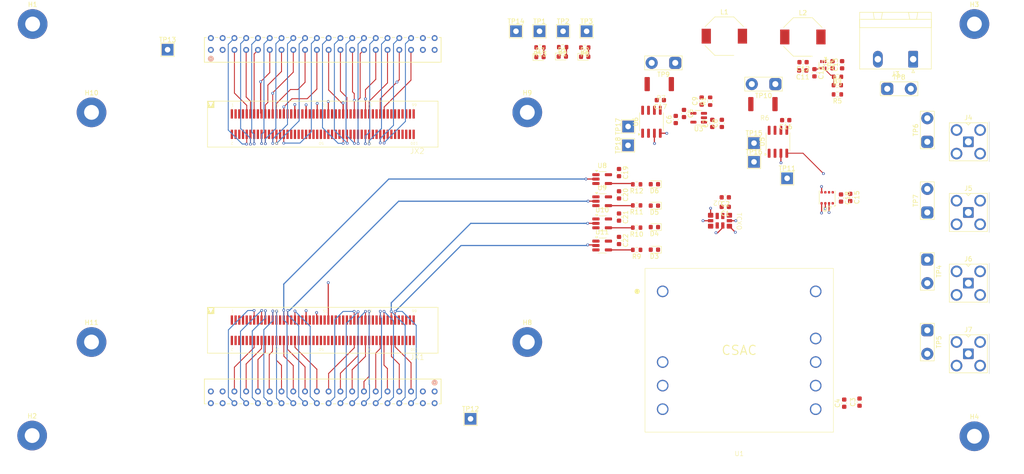
<source format=kicad_pcb>
(kicad_pcb (version 20241229) (generator "pcbnew") (generator_version "9.0")
  (layers (0 "F.Cu" signal) (4 "In1.Cu" signal) (6 "In2.Cu" signal) (8 "In3.Cu" signal) (10 "In4.Cu" signal) (2 "B.Cu" signal) (13 "F.Paste" user) (15 "B.Paste" user) (5 "F.SilkS" user "F.Silkscreen") (7 "B.SilkS" user "B.Silkscreen") (1 "F.Mask" user) (3 "B.Mask" user) (25 "Edge.Cuts" user))
  (net 0 "")
  (net 1 "Net-(U3-NR)")
  (net 2 "Net-(U3-IN)")
  (net 3 "Net-(U3-EN)")
  (net 4 "Net-(U3-OUT)")
  (net 5 "GND")
  (net 6 "Net-(U4-SW)")
  (net 7 "Net-(U4-EN)")
  (net 8 "Net-(U4-VBST)")
  (net 9 "Net-(U4-VFB)")
  (net 10 "+12V")
  (net 11 "Net-(U5-A1)")
  (net 12 "Net-(U5-IN-)")
  (net 13 "PM_SDA_5V")
  (net 14 "PM_SCL_5V")
  (net 15 "Net-(U5-IN+)")
  (net 16 "+5V")
  (net 17 "Net-(U5-A0)")
  (net 18 "Net-(U6-IN-)")
  (net 19 "Net-(U6-A1)")
  (net 20 "Net-(U6-IN+)")
  (net 21 "PM_SCL_3v3")
  (net 22 "Net-(U6-A0)")
  (net 23 "PM_SDA_3v3")
  (net 24 "+3.3V")
  (net 25 "ES_SDI")
  (net 26 "ES_SDO")
  (net 27 "ES_SCK")
  (net 28 "ES_CSB")
  (net 29 "Net-(C11-Pad2)")
  (net 30 "Net-(D1-A)")
  (net 31 "Net-(D2-A)")
  (net 32 "Net-(D3-A)")
  (net 33 "Net-(D4-A)")
  (net 34 "Net-(D5-A)")
  (net 35 "Net-(D6-A)")
  (net 36 "Net-(D7-A)")
  (net 37 "BRD_PPS_OUT")
  (net 38 "BRD_10MHz_OUT")
  (net 39 "BRD_PPS_IN")
  (net 40 "BRD_10MHz_IN")
  (net 41 "Net-(R9-Pad2)")
  (net 42 "Net-(R10-Pad2)")
  (net 43 "Net-(R11-Pad2)")
  (net 44 "Net-(R12-Pad2)")
  (net 45 "CSAC_PPS_IN")
  (net 46 "CSAC_Tune")
  (net 47 "CSAC_RF_OUT")
  (net 48 "CSAC_BITE")
  (net 49 "CSAC_Rx")
  (net 50 "CSAC_Tx")
  (net 51 "CSAC_PPS_OUT")
  (net 53 "TCXO_OE")
  (net 54 "TCXO_10MHz")
  (net 55 "TCXO_SDA")
  (net 58 "TCXO_A0")
  (net 59 "TCXO_SCL")
  (net 60 "TST_01")
  (net 63 "TST_02")
  (net 65 "TST_03")
  (net 66 "TST_04")
  (net 68 "/MicroZed_Headers/35_B19")
  (net 69 "5V")
  (net 70 "/MicroZed_Headers/35_N16")
  (net 71 "/MicroZed_Headers/35_A20")
  (net 72 "/MicroZed_Headers/35_J14")
  (net 73 "/MicroZed_Headers/35_D19")
  (net 74 "/MicroZed_Headers/35_G14")
  (net 75 "/MicroZed_Headers/35_J16")
  (net 76 "/MicroZed_Headers/35_L15")
  (net 77 "/MicroZed_Headers/35_H15")
  (net 78 "/MicroZed_Headers/35_G20")
  (net 79 "/MicroZed_Headers/35_J15")
  (net 80 "/MicroZed_Headers/35_J20")
  (net 81 "TOD_IN")
  (net 82 "/MicroZed_Headers/35_B20")
  (net 83 "/MicroZed_Headers/35_G15")
  (net 84 "/MicroZed_Headers/35_D20")
  (net 85 "TOD_OUT")
  (net 86 "/MicroZed_Headers/35_K16")
  (net 87 "/MicroZed_Headers/35_M19")
  (net 88 "/MicroZed_Headers/35_L14")
  (net 89 "/MicroZed_Headers/35_H20")
  (net 90 "/MicroZed_Headers/35_F17")
  (net 91 "/MicroZed_Headers/35_F16")
  (net 92 "/MicroZed_Headers/34_W13")
  (net 93 "/MicroZed_Headers/34_W19")
  (net 94 "/MicroZed_Headers/34_T15")
  (net 95 "/MicroZed_Headers/34_T12")
  (net 96 "/MicroZed_Headers/34_W16")
  (net 97 "/MicroZed_Headers/34_P18")
  (net 98 "/MicroZed_Headers/34_W18")
  (net 99 "/MicroZed_Headers/34_P16")
  (net 100 "/MicroZed_Headers/34_R18")
  (net 101 "/MicroZed_Headers/34_R19")
  (net 102 "/MicroZed_Headers/34_T19")
  (net 103 "/MicroZed_Headers/34_T17")
  (net 104 "/MicroZed_Headers/34_Y19")
  (net 105 "/MicroZed_Headers/34_R14")
  (net 106 "/MicroZed_Headers/34_U12")
  (net 107 "/MicroZed_Headers/34_V16")
  (net 108 "/MicroZed_Headers/34_W14")
  (net 109 "/MicroZed_Headers/34_P15")
  (net 110 "/MicroZed_Headers/34_T10")
  (net 111 "/MicroZed_Headers/34_R17")
  (net 112 "/MicroZed_Headers/34_V13")
  (net 118 "3V3")
  (footprint "TestPoint:TestPoint_THTPad_2.5x2.5mm_Drill1.2mm" (layer "F.Cu") (at 155.671 29.727)
    (property "Reference" "TP16")
    (property "Value" "TestPoint")
  )
  (footprint "TestPoint:TestPoint_THTPad_2.5x2.5mm_Drill1.2mm" (layer "F.Cu") (at 128.499 26.165 90)
    (property "Reference" "TP18")
    (property "Value" "TestPoint")
  )
  (footprint "Package_SO:SOIC-8_3.9x4.9mm_P1.27mm" (layer "F.Cu") (at 133.552 21.076 90)
    (property "Reference" "U6")
    (property "Value" "INA219AxD")
  )
  (footprint "Resistor_SMD:R_0603_1608Metric" (layer "F.Cu") (at 109.52 5.038 180)
    (property "Reference" "R13")
    (property "Value" "1k")
  )
  (footprint "Resistor_SMD:R_0603_1608Metric" (layer "F.Cu") (at 173.658 15.178 180)
    (property "Reference" "R5")
    (property "Value" "10k")
  )
  (footprint "TestPoint:TestPoint_2Pads_Pitch5.08mm_Drill1.3mm" (layer "F.Cu") (at 193.04 50.8 -90)
    (property "Reference" "TP4")
    (property "Value" "TestPoint_2Pole")
  )
  (footprint "LED_SMD:LED_0603_1608Metric" (layer "F.Cu") (at 119.158 7.066)
    (property "Reference" "D2")
    (property "Value" "LED")
  )
  (footprint "Resistor_SMD:R_0603_1608Metric" (layer "F.Cu") (at 130.362 48.706 180)
    (property "Reference" "R9")
    (property "Value" "1k")
  )
  (footprint "Resistor_SMD:R_0603_1608Metric" (layer "F.Cu") (at 173.638 13.188)
    (property "Reference" "R4")
    (property "Value" "52.3k")
  )
  (footprint "Package_TO_SOT_SMD:SOT-23-5" (layer "F.Cu") (at 143.738 20.209 180)
    (property "Reference" "U3")
    (property "Value" "TPS73633DBV")
  )
  (footprint "Inductor_SMD:L_Bourns-SRU8043" (layer "F.Cu") (at 149.273 2.619 180)
    (property "Reference" "L1")
    (property "Value" "10u")
  )
  (footprint "TestPoint:TestPoint_2Pads_Pitch5.08mm_Drill1.3mm" (layer "F.Cu") (at 138.684 8.382 180)
    (property "Reference" "TP9")
    (property "Value" "TestPoint_2Pole")
  )
  (footprint "MountingHole:MountingHole_3.2mm_M3_Pad" (layer "F.Cu") (at 106.7807 68.58)
    (property "Reference" "H8")
    (property "Value" "MountingHole_Pad")
  )
  (footprint "Capacitor_SMD:C_0603_1608Metric" (layer "F.Cu") (at 126.556 36.836 -90)
    (property "Reference" "C20")
    (property "Value" "0.01u")
  )
  (footprint "Resistor_SMD:R_0603_1608Metric" (layer "F.Cu") (at 130.362 34.572 180)
    (property "Reference" "R12")
    (property "Value" "1k")
  )
  (footprint "Capacitor_SMD:C_0603_1608Metric" (layer "F.Cu") (at 175.124 81.764 90)
    (property "Reference" "C4")
    (property "Value" "0.01u")
  )
  (footprint "LED_SMD:LED_0603_1608Metric" (layer "F.Cu") (at 134.186 48.666 180)
    (property "Reference" "D3")
    (property "Value" "LED")
  )
  (footprint "MountingHole:MountingHole_3.2mm_M3_Pad" (layer "F.Cu") (at 12.8007 19.05)
    (property "Reference" "H10")
    (property "Value" "MountingHole_Pad")
  )
  (footprint "MountingHole:MountingHole_3.2mm_M3_Pad" (layer "F.Cu") (at 0.1 0)
    (property "Reference" "H1")
    (property "Value" "MountingHole_Pad")
  )
  (footprint "MountingHole:MountingHole_3.2mm_M3_Pad" (layer "F.Cu") (at 106.7807 19.05)
    (property "Reference" "H9")
    (property "Value" "MountingHole_Pad")
  )
  (footprint "22257_DevBoard:CON40_2X20_TU_HTS_SAI" (layer "F.Cu") (at 62.666828 4.305201)
    (property "Reference" "J2")
    (property "Value" "TD-120-G-AACON40_2X20_TU_HTS_SAI")
  )
  (footprint "Resistor_SMD:R_0603_1608Metric" (layer "F.Cu") (at 130.362 39.114 180)
    (property "Reference" "R11")
    (property "Value" "1k")
  )
  (footprint "TestPoint:TestPoint_2Pads_Pitch5.08mm_Drill1.3mm" (layer "F.Cu") (at 193.04 66.04 -90)
    (property "Reference" "TP5")
    (property "Value" "TestPoint_2Pole")
  )
  (footprint "TestPoint:TestPoint_THTPad_2.5x2.5mm_Drill1.2mm" (layer "F.Cu") (at 128.521 22.101 90)
    (property "Reference" "TP17")
    (property "Value" "TestPoint")
  )
  (footprint "Package_TO_SOT_SMD:SOT-23-5_HandSoldering" (layer "F.Cu") (at 122.926 38.216)
    (property "Reference" "U9")
    (property "Value" "74LVC1G17")
  )
  (footprint "LED_SMD:LED_0603_1608Metric" (layer "F.Cu") (at 109.506 7.116)
    (property "Reference" "D7")
    (property "Value" "LED")
  )
  (footprint "Package_LGA:Bosch_LGA-8_3x3mm_P0.8mm_ClockwisePinNumbering" (layer "F.Cu") (at 171.45 37.476 180)
    (property "Reference" "U7")
    (property "Value" "BME680")
  )
  (footprint "Inductor_SMD:L_Bourns-SRU8043" (layer "F.Cu") (at 166.199 2.791 180)
    (property "Reference" "L2")
    (property "Value" "4.7u")
  )
  (footprint "TestPoint:TestPoint_THTPad_2.5x2.5mm_Drill1.2mm" (layer "F.Cu") (at 104.3402 1.5566)
    (property "Reference" "TP14")
    (property "Value" "TestPoint")
  )
  (footprint "Capacitor_SMD:C_0603_1608Metric" (layer "F.Cu") (at 146.67 21.43 90)
    (property "Reference" "C7")
    (property "Value" "0.1u")
  )
  (footprint "TestPoint:TestPoint_THTPad_2.5x2.5mm_Drill1.2mm" (layer "F.Cu") (at 162.811 33.271)
    (property "Reference" "TP11")
    (property "Value" "TestPoint")
  )
  (footprint "Capacitor_SMD:C_0603_1608Metric" (layer "F.Cu") (at 166.178 10.01 180)
    (property "Reference" "C11")
    (property "Value" "22u")
  )
  (footprint "Capacitor_SMD:C_0603_1608Metric" (layer "F.Cu") (at 166.244 8.224 180)
    (property "Reference" "C12")
    (property "Value" "22u")
  )
  (footprint "Package_TO_SOT_SMD:SOT-23-5_HandSoldering" (layer "F.Cu") (at 122.926 47.766)
    (property "Reference" "U11")
    (property "Value" "74LVC1G17")
  )
  (footprint "MountingHole:MountingHole_3.2mm_M3_Pad" (layer "F.Cu") (at 0 88.75)
    (property "Reference" "H2")
    (property "Value" "MountingHole_Pad")
  )
  (footprint "Capacitor_SMD:C_0603_1608Metric" (layer "F.Cu") (at 148.732 21.43 90)
    (property "Reference" "C8")
    (property "Value" "10u")
  )
  (footprint "Package_TO_SOT_SMD:SOT-563" (layer "F.Cu") (at 170.613 8.804 -90)
    (property "Reference" "U4")
    (property "Value" "TPS562202")
  )
  (footprint "Capacitor_SMD:C_0603_1608Metric" (layer "F.Cu") (at 126.556 46.682 -90)
    (property "Reference" "C22")
    (property "Value" "0.01u")
  )
  (footprint "Capacitor_SMD:C_0603_1608Metric" (layer "F.Cu") (at 144.38 16.616 90)
    (property "Reference" "C9")
    (property "Value" "4.7u")
  )
  (footprint "Connector_Coaxial:SMA_Amphenol_901-143_Horizontal" (layer "F.Cu") (at 201.89 40.64 -90)
    (property "Reference" "J5")
    (property "Value" "Conn_Coaxial")
    (fp_line (start 4.3 -4.5) (end -4.3 -4.5) (stroke (width 0.1)) (layer "Edge.Cuts"))
  )
  (footprint "Capacitor_SMD:C_0603_1608Metric" (layer "F.Cu") (at 168.702 10.51 -90)
    (property "Reference" "C10")
    (property "Value" "0.1u")
  )
  (footprint "22257_DevBoard:CON40_2X20_TU_HTS_SAI" (layer "F.Cu") (at 62.662588 80.502316 180)
    (property "Reference" "J1")
    (property "Value" "TD-120-G-AACON40_2X20_TU_HTS_SAI")
  )
  (footprint "Package_SO:SOIC-8_3.9x4.9mm_P1.27mm" (layer "F.Cu") (at 160.833 25.393 90)
    (property "Reference" "U5")
    (property "Value" "INA219AxD")
  )
  (footprint "Capacitor_SMD:C_0603_1608Metric" (layer "F.Cu") (at 126.556 41.632 -90)
    (property "Reference" "C21")
    (property "Value" "0.01u")
  )
  (footprint "Capacitor_SMD:C_0603_1608Metric" (layer "F.Cu") (at 162.504 20.728 180)
    (property "Reference" "C16")
    (property "Value" "0.01u")
  )
  (footprint "2222_DevBoar_Footprints:SA-45" (layer "F.Cu") (at 135.969 57.658)
    (property "Reference" "U1")
    (property "Value" "~")
  )
  (footprint "Capacitor_SMD:C_0603_1608Metric" (layer "F.Cu") (at 138.792 20.59 90)
    (property "Reference" "C6")
    (property "Value" "10u")
  )
  (footprint "Connector_Coaxial:SMA_Amphenol_901-143_Horizontal" (layer "F.Cu") (at 201.89 55.88 -90)
    (property "Reference" "J6")
    (property "Value" "Conn_Coaxial")
    (fp_line (start 4.3 -4.5) (end -4.3 -4.5) (stroke (width 0.1)) (layer "Edge.Cuts"))
  )
  (footprint "Package_TO_SOT_SMD:SOT-23-5_HandSoldering" (layer "F.Cu") (at 122.926 42.991)
    (property "Reference" "U10")
    (property "Value" "74LVC1G17")
  )
  (footprint "2222_DevBoar_Footprints:BVT-I-R0002-1" (layer "F.Cu") (at 132.632 12.954)
    (property "Reference" "R7")
    (property "Value" "R_Shunt_US")
  )
  (footprint "TestPoint:TestPoint_2Pads_Pitch5.08mm_Drill1.3mm" (layer "F.Cu") (at 160.274 12.954 180)
    (property "Reference" "TP10")
    (property "Value" "TestPoint_2Pole")
  )
  (footprint "TestPoint:TestPoint_THTPad_2.5x2.5mm_Drill1.2mm" (layer "F.Cu") (at 109.413287 1.560072)
    (property "Reference" "TP1")
    (property "Value" "TestPoint")
  )
  (footprint "Connector_Coaxial:SMA_Amphenol_901-143_Horizontal" (layer "F.Cu") (at 201.89 25.4 -90)
    (property "Reference" "J4")
    (property "Value" "Conn_Coaxial")
    (fp_line (start 4.3 -4.5) (end -4.3 -4.5) (stroke (width 0.1)) (layer "Edge.Cuts"))
  )
  (footprint "Connector_Coaxial:SMA_Amphenol_901-143_Horizontal" (layer "F.Cu") (at 201.89 71.12 -90)
    (property "Reference" "J7")
    (property "Value" "Conn_Coaxial")
    (fp_line (start 4.3 -4.5) (end -4.3 -4.5) (stroke (width 0.1)) (layer "Edge.Cuts"))
  )
  (footprint "Capacitor_SMD:C_0603_1608Metric" (layer "F.Cu") (at 178.426 81.54 90)
    (property "Reference" "C3")
    (property "Value" "4.7u")
  )
  (footprint "TestPoint:TestPoint_THTPad_2.5x2.5mm_Drill1.2mm" (layer "F.Cu") (at 119.573287 1.560072)
    (property "Reference" "TP3")
    (property "Value" "TestPoint")
  )
  (footprint "Resistor_SMD:R_0603_1608Metric" (layer "F.Cu") (at 119.172 5.068 180)
    (property "Reference" "R8")
    (property "Value" "1k")
  )
  (footprint "LED_SMD:LED_0603_1608Metric" (layer "F.Cu") (at 134.186 34.546 180)
    (property "Reference" "D6")
    (property "Value" "LED")
  )
  (footprint "Connector_Phoenix_GMSTB:PhoenixContact_GMSTBA_2,5_2-G-7,62_1x02_P7.62mm_Horizontal" (layer "F.Cu") (at 189.992 7.5875 180)
    (property "Reference" "J3")
    (property "Value" "Screw_Terminal_01x02")
  )
  (footprint "LED_SMD:LED_0603_1608Metric" (layer "F.Cu") (at 134.186 39.168 180)
    (property "Reference" "D5")
    (property "Value" "LED")
  )
  (footprint "TestPoint:TestPoint_2Pads_Pitch5.08mm_Drill1.3mm" (layer "F.Cu") (at 184.404 13.97)
    (property "Reference" "TP8")
    (property "Value" "TestPoint_2Pole")
  )
  (footprint "22257_DevBoard:61083-102402LF_1104291" (layer "F.Cu") (at 40.573448 66.038141)
    (property "Reference" "JX1")
    (property "Value" "61083-102402LF")
  )
  (footprint "MountingHole:MountingHole_3.2mm_M3_Pad" (layer "F.Cu") (at 12.8007 68.58)
    (property "Reference" "H11")
    (property "Value" "MountingHole_Pad")
  )
  (footprint "Resistor_SMD:R_0603_1608Metric" (layer "F.Cu") (at 130.362 43.91 180)
    (property "Reference" "R10")
    (property "Value" "1k")
  )
  (footprint "2222_DevBoar_Footprints:SiT5356" (layer "F.Cu") (at 150.361 43.593 180)
    (property "Reference" "U2")
    (property "Value" "~")
  )
  (footprint "TestPoint:TestPoint_2Pads_Pitch5.08mm_Drill1.3mm" (layer "F.Cu") (at 193.04 40.64 90)
    (property "Reference" "TP7")
    (property "Value" "TestPoint_2Pole")
  )
  (footprint "Capacitor_SMD:C_0603_1608Metric" (layer "F.Cu") (at 149.47 39.436 180)
    (property "Reference" "C1")
    (property "Value" "0.01u")
  )
  (footprint "Capacitor_SMD:C_0603_1608Metric" (layer "F.Cu") (at 149.47 37.374 180)
    (property "Reference" "C2")
    (property "Value" "4.7u")
  )
  (footprint "Capacitor_SMD:C_0603_1608Metric" (layer "F.Cu") (at 172.602 8.786 90)
    (property "Reference" "C14")
    (property "Value" ".1u")
  )
  (footprint "22257_DevBoard:61083-102402LF_1104291" (layer "F.Cu") (at 40.573448 21.588141)
    (property "Reference" "JX2")
    (property "Value" "61083-102402LF")
  )
  (footprint "Capacitor_SMD:C_0603_1608Metric" (layer "F.Cu") (at 126.556 32.04 -90)
    (property "Reference" "C19")
    (property "Value" "0.01u")
  )
  (footprint "TestPoint:TestPoint_THTPad_2.5x2.5mm_Drill1.2mm" (layer "F.Cu") (at 94.5388 85.1408)
    (property "Reference" "TP12")
    (property "Value" "TestPoint")
  )
  (footprint "Capacitor_SMD:C_0603_1608Metric" (layer "F.Cu") (at 140.57 19.29 -90)
    (property "Reference" "C5")
    (property "Value" "10n")
  )
  (footprint "TestPoint:TestPoint_THTPad_2.5x2.5mm_Drill1.2mm" (layer "F.Cu") (at 114.493287 1.560072)
    (property "Reference" "TP2")
    (property "Value" "TestPoint")
  )
  (footprint "Resistor_SMD:R_0603_1608Metric" (layer "F.Cu") (at 146.212 16.646 90)
    (property "Reference" "R1")
    (property "Value" "200k")
  )
  (footprint "MountingHole:MountingHole_3.2mm_M3_Pad" (layer "F.Cu") (at 203.2 0)
    (property "Reference" "H3")
    (property "Value" "MountingHole_Pad")
  )
  (footprint "LED_SMD:LED_0603_1608Metric" (layer "F.Cu") (at 114.332 7.016)
    (property "Reference" "D1")
    (property "Value" "LED")
  )
  (footprint "Capacitor_SMD:C_0603_1608Metric" (layer "F.Cu") (at 174.434 37.526 -90)
    (property "Reference" "C18")
    (property "Value" "0.01u")
  )
  (footprint "Capacitor_SMD:C_0603_1608Metric" (layer "F.Cu") (at 135.471 16.411 180)
    (property "Reference" "C17")
    (property "Value" "0.01u")
  )
  (footprint "Resistor_SMD:R_0603_1608Metric" (layer "F.Cu") (at 173.678 11.38 180)
    (property "Reference" "R3")
    (property "Value" "10k")
  )
  (footprint "Capacitor_SMD:C_0603_1608Metric" (layer "F.Cu") (at 176.412 37.392 -90)
    (property "Reference" "C15")
    (property "Value" "4.7u")
  )
  (footprint "Capacitor_SMD:C_0603_1608Metric" (layer "F.Cu") (at 174.664 8.786 90)
    (property "Reference" "C13")
    (property "Value" "22u")
  )
  (footprint "2222_DevBoar_Footprints:BVT-I-R0002-1" (layer "F.Cu") (at 154.984 17.272)
    (property "Reference" "R6")
    (property "Value" "R_Shunt_US")
  )
  (footprint "LED_SMD:LED_0603_1608Metric" (layer "F.Cu") (at 134.186 43.79 180)
    (property "Reference" "D4")
    (property "Value" "LED")
  )
  (footprint "Package_TO_SOT_SMD:SOT-23-5_HandSoldering" (layer "F.Cu") (at 122.926 33.441)
    (property "Reference" "U8")
    (property "Value" "74LVC1G17")
  )
  (footprint "TestPoint:TestPoint_2Pads_Pitch5.08mm_Drill1.3mm" (layer "F.Cu") (at 193.04 25.4 90)
    (property "Reference" "TP6")
    (property "Value" "TestPoint_2Pole")
  )
  (footprint "TestPoint:TestPoint_THTPad_2.5x2.5mm_Drill1.2mm" (layer "F.Cu") (at 155.671 25.685)
    (property "Reference" "TP15")
    (property "Value" "TestPoint")
  )
  (footprint "MountingHole:MountingHole_3.2mm_M3_Pad" (layer "F.Cu") (at 203.2 88.9)
    (property "Reference" "H4")
    (property "Value" "MountingHole_Pad")
  )
  (footprint "TestPoint:TestPoint_THTPad_2.5x2.5mm_Drill1.2mm" (layer "F.Cu") (at 29.207 5.541)
    (property "Reference" "TP13")
    (property "Value" "TestPoint")
  )
  (footprint "Resistor_SMD:R_0603_1608Metric" (layer "F.Cu") (at 114.4 4.978 180)
    (property "Reference" "R2")
    (property "Value" "1k")
  )
  (segment (start 170.0453 9.4488) (end 170.113 9.5165) (width 0.2) (layer "F.Cu") (net 8))
  (segment (start 169.3858 9.735) (end 169.672 9.4488) (width 0.2) (layer "F.Cu") (net 8))
  (segment (start 168.702 9.735) (end 169.3858 9.735) (width 0.2) (layer "F.Cu") (net 8))
  (segment (start 169.672 9.4488) (end 170.0453 9.4488) (width 0.2) (layer "F.Cu") (net 8))
  (segment (start 172.853 13.148) (end 172.813 13.188) (width 0.2) (layer "F.Cu") (net 9))
  (segment (start 172.853 11.38) (end 172.853 13.148) (width 0.2) (layer "F.Cu") (net 9))
  (segment (start 171.113 9.5165) (end 171.113 9.95) (width 0.2) (layer "F.Cu") (net 9))
  (segment (start 172.522 11.049) (end 172.853 11.38) (width 0.2) (layer "F.Cu") (net 9))
  (segment (start 171.113 9.95) (end 172.212 11.049) (width 0.2) (layer "F.Cu") (net 9))
  (segment (start 172.212 11.049) (end 172.522 11.049) (width 0.2) (layer "F.Cu") (net 9))
  (segment (start 49.4792 23.793893) (end 49.473448 23.788141) (width 0.2) (layer "F.Cu") (net 13))
  (segment (start 161.468 29.896) (end 161.4932 29.9212) (width 0.254) (layer "F.Cu") (net 13))
  (segment (start 49.4792 25.781) (end 49.4792 23.793893) (width 0.2) (layer "F.Cu") (net 13))
  (segment (start 161.468 27.868) (end 161.468 29.896) (width 0.254) (layer "F.Cu") (net 13))
  (via (at 161.4932 29.9212) (size 0.6) (drill 0.3) (layers "F.Cu" "B.Cu") (net 13))
  (via (at 49.4792 25.781) (size 0.6) (drill 0.3) (layers "F.Cu" "B.Cu") (net 13))
  (segment (start 49.4792 23.8252) (end 49.4792 25.781) (width 0.2) (layer "B.Cu") (net 13))
  (segment (start 49.9872 4.284829) (end 49.9872 23.3172) (width 0.2) (layer "B.Cu") (net 13))
  (segment (start 51.236828 3.035201) (end 49.9872 4.284829) (width 0.2) (layer "B.Cu") (net 13))
  (segment (start 49.9872 23.3172) (end 49.4792 23.8252) (width 0.2) (layer "B.Cu") (net 13))
  (segment (start 166.2472 27.868) (end 162.738 27.868) (width 0.2) (layer "F.Cu") (net 14))
  (segment (start 51.8922 23.806893) (end 51.873448 23.788141) (width 0.2) (layer "F.Cu") (net 14))
  (segment (start 51.8922 25.7302) (end 51.8922 23.806893) (width 0.2) (layer "F.Cu") (net 14))
  (segment (start 170.6372 32.258) (end 166.2472 27.868) (width 0.2) (layer "F.Cu") (net 14))
  (via (at 170.6372 32.258) (size 0.6) (drill 0.3) (layers "F.Cu" "B.Cu") (net 14))
  (via (at 51.8922 25.7302) (size 0.6) (drill 0.3) (layers "F.Cu" "B.Cu") (net 14))
  (segment (start 55.0672 21.6408) (end 51.8922 24.8158) (width 0.2) (layer "B.Cu") (net 14))
  (segment (start 55.0672 4.284829) (end 55.0672 21.6408) (width 0.2) (layer "B.Cu") (net 14))
  (segment (start 56.316828 3.035201) (end 55.0672 4.284829) (width 0.2) (layer "B.Cu") (net 14))
  (segment (start 51.8922 24.8158) (end 51.8922 25.7302) (width 0.2) (layer "B.Cu") (net 14))
  (segment (start 56.316828 5.575201) (end 56.316828 10.383572) (width 0.2) (layer "F.Cu") (net 21))
  (segment (start 56.316828 10.383572) (end 51.873448 14.826952) (width 0.2) (layer "F.Cu") (net 21))
  (segment (start 51.873448 14.9352) (end 51.873448 19.388141) (width 0.2) (layer "F.Cu") (net 21))
  (segment (start 136.835 23.551) (end 136.8552 23.5712) (width 0.254) (layer "F.Cu") (net 21))
  (segment (start 135.457 23.551) (end 136.835 23.551) (width 0.254) (layer "F.Cu") (net 21))
  (segment (start 51.873448 14.826952) (end 51.873448 14.9352) (width 0.2) (layer "F.Cu") (net 21))
  (via (at 51.873448 14.9352) (size 0.6) (drill 0.3) (layers "F.Cu" "B.Cu") (net 21))
  (via (at 136.8552 23.5712) (size 0.6) (drill 0.3) (layers "F.Cu" "B.Cu") (net 21))
  (segment (start 134.187 23.551) (end 134.187 25.729) (width 0.254) (layer "F.Cu") (net 23))
  (segment (start 49.276 12.446) (end 49.276 19.190693) (width 0.254) (layer "F.Cu") (net 23))
  (segment (start 49.276 19.190693) (end 49.473448 19.388141) (width 0.254) (layer "F.Cu") (net 23))
  (segment (start 51.236828 5.575201) (end 51.236828 10.485172) (width 0.2) (layer "F.Cu") (net 23))
  (segment (start 51.236828 10.485172) (end 49.276 12.446) (width 0.2) (layer "F.Cu") (net 23))
  (segment (start 134.187 25.729) (end 134.2136 25.7556) (width 0.254) (layer "F.Cu") (net 23))
  (via (at 134.2136 25.7556) (size 0.6) (drill 0.3) (layers "F.Cu" "B.Cu") (net 23))
  (via (at 49.276 12.446) (size 0.6) (drill 0.3) (layers "F.Cu" "B.Cu") (net 23))
  (segment (start 171.05 38.6635) (end 171.05 39.8208) (width 0.254) (layer "F.Cu") (net 25))
  (segment (start 56.642 19.356693) (end 56.673448 19.388141) (width 0.254) (layer "F.Cu") (net 25))
  (segment (start 56.642 17.3736) (end 56.642 19.356693) (width 0.254) (layer "F.Cu") (net 25))
  (segment (start 171.05 39.8208) (end 171.0436 39.8272) (width 0.254) (layer "F.Cu") (net 25))
  (via (at 56.642 17.3736) (size 0.6) (drill 0.3) (layers "F.Cu" "B.Cu") (net 25))
  (via (at 171.0436 39.8272) (size 0.6) (drill 0.3) (layers "F.Cu" "B.Cu") (net 25))
  (segment (start 61.468 17.1196) (end 61.468 19.382693) (width 0.254) (layer "F.Cu") (net 26))
  (segment (start 170.25 36.2885) (end 170.25 35.0712) (width 0.254) (layer "F.Cu") (net 26))
  (segment (start 61.468 19.382693) (end 61.473448 19.388141) (width 0.254) (layer "F.Cu") (net 26))
  (segment (start 170.25 35.0712) (end 170.2308 35.052) (width 0.254) (layer "F.Cu") (net 26))
  (via (at 170.2308 35.052) (size 0.6) (drill 0.3) (layers "F.Cu" "B.Cu") (net 26))
  (via (at 61.468 17.1196) (size 0.6) (drill 0.3) (layers "F.Cu" "B.Cu") (net 26))
  (segment (start 170.25 40.7224) (end 170.2308 40.7416) (width 0.254) (layer "F.Cu") (net 27))
  (segment (start 59.0804 17.4244) (end 59.0804 19.381189) (width 0.254) (layer "F.Cu") (net 27))
  (segment (start 170.25 38.6635) (end 170.25 40.7224) (width 0.254) (layer "F.Cu") (net 27))
  (segment (start 59.0804 19.381189) (end 59.073448 19.388141) (width 0.254) (layer "F.Cu") (net 27))
  (via (at 59.0804 17.4244) (size 0.6) (drill 0.3) (layers "F.Cu" "B.Cu") (net 27))
  (via (at 170.2308 40.7416) (size 0.6) (drill 0.3) (layers "F.Cu" "B.Cu") (net 27))
  (segment (start 171.85 38.6635) (end 171.85 40.6336) (width 0.254) (layer "F.Cu") (net 28))
  (segment (start 59.3344 16.1036) (end 56.0324 16.1036) (width 0.2) (layer "F.Cu") (net 28))
  (segment (start 54.273448 17.862552) (end 54.273448 19.388141) (width 0.2) (layer "F.Cu") (net 28))
  (segment (start 61.396828 14.041172) (end 59.3344 16.1036) (width 0.2) (layer "F.Cu") (net 28))
  (segment (start 61.396828 5.575201) (end 61.396828 14.041172) (width 0.2) (layer "F.Cu") (net 28))
  (segment (start 56.0324 16.1036) (end 54.273448 17.862552) (width 0.2) (layer "F.Cu") (net 28))
  (segment (start 171.85 40.6336) (end 171.8564 40.64) (width 0.254) (layer "F.Cu") (net 28))
  (via (at 171.8564 40.64) (size 0.6) (drill 0.3) (layers "F.Cu" "B.Cu") (net 28))
  (via (at 54.273448 17.862552) (size 0.6) (drill 0.3) (layers "F.Cu" "B.Cu") (net 28))
  (segment (start 115.225 4.978) (end 115.225 6.9105) (width 0.254) (layer "F.Cu") (net 30))
  (segment (start 115.225 6.9105) (end 115.1195 7.016) (width 0.254) (layer "F.Cu") (net 30))
  (segment (start 119.997 7.0145) (end 119.9455 7.066) (width 0.254) (layer "F.Cu") (net 31))
  (segment (start 119.997 5.068) (end 119.997 7.0145) (width 0.254) (layer "F.Cu") (net 31))
  (segment (start 110.345 5.038) (end 110.345 7.0645) (width 0.254) (layer "F.Cu") (net 36))
  (segment (start 110.345 7.0645) (end 110.2935 7.116) (width 0.254) (layer "F.Cu") (net 36))
  (segment (start 72.673448 16.658352) (end 72.673448 19.388141) (width 0.2) (layer "F.Cu") (net 38))
  (segment (start 76.636828 5.575201) (end 76.636828 12.694972) (width 0.2) (layer "F.Cu") (net 38))
  (segment (start 76.636828 12.694972) (end 72.673448 16.658352) (width 0.2) (layer "F.Cu") (net 38))
  (segment (start 52.710812 63.800777) (end 52.673448 63.838141) (width 0.2) (layer "F.Cu") (net 39))
  (segment (start 47.073448 16.663163) (end 47.073448 19.388141) (width 0.2) (layer "F.Cu") (net 39))
  (segment (start 46.156828 5.575201) (end 46.156828 15.746543) (width 0.2) (layer "F.Cu") (net 39))
  (segment (start 52.710812 61.919295) (end 52.710812 63.800777) (width 0.2) (layer "F.Cu") (net 39))
  (segment (start 46.156828 15.746543) (end 47.073448 16.663163) (width 0.2) (layer "F.Cu") (net 39))
  (via (at 52.710812 61.919295) (size 0.6) (drill 0.3) (layers "F.Cu" "B.Cu") (net 39))
  (segment (start 52.705 61.925107) (end 52.710812 61.919295) (width 0.2) (layer "B.Cu") (net 39))
  (segment (start 52.705 80.704728) (end 52.705 61.925107) (width 0.2) (layer "B.Cu") (net 39))
  (segment (start 53.772588 81.772316) (end 52.705 80.704728) (width 0.2) (layer "B.Cu") (net 39))
  (segment (start 129.527 48.716) (end 129.537 48.706) (width 0.254) (layer "F.Cu") (net 41))
  (segment (start 124.276 48.716) (end 129.527 48.716) (width 0.254) (layer "F.Cu") (net 41))
  (segment (start 124.276 43.941) (end 129.506 43.941) (width 0.254) (layer "F.Cu") (net 42))
  (segment (start 129.506 43.941) (end 129.537 43.91) (width 0.254) (layer "F.Cu") (net 42))
  (segment (start 129.485 39.166) (end 129.537 39.114) (width 0.254) (layer "F.Cu") (net 43))
  (segment (start 124.276 39.166) (end 129.485 39.166) (width 0.254) (layer "F.Cu") (net 43))
  (segment (start 129.356 34.391) (end 129.537 34.572) (width 0.254) (layer "F.Cu") (net 44))
  (segment (start 124.276 34.391) (end 129.356 34.391) (width 0.254) (layer "F.Cu") (net 44))
  (segment (start 51.8922 61.8998) (end 51.8922 63.819389) (width 0.2) (layer "F.Cu") (net 45))
  (segment (start 51.8922 63.819389) (end 51.873448 63.838141) (width 0.2) (layer "F.Cu") (net 45))
  (via (at 51.8922 61.8998) (size 0.6) (drill 0.3) (layers "F.Cu" "B.Cu") (net 45))
  (segment (start 49.9618 65.913) (end 51.8922 63.9826) (width 0.2) (layer "B.Cu") (net 45))
  (segment (start 49.9618 80.501528) (end 49.9618 65.913) (width 0.2) (layer "B.Cu") (net 45))
  (segment (start 51.232588 81.772316) (end 49.9618 80.501528) (width 0.2) (layer "B.Cu") (net 45))
  (segment (start 51.8922 63.9826) (end 51.8922 61.8998) (width 0.2) (layer "B.Cu") (net 45))
  (segment (start 49.5046 61.7728) (end 49.473448 61.803952) (width 0.2) (layer "F.Cu") (net 46))
  (segment (start 49.473448 61.803952) (end 49.473448 63.838141) (width 0.2) (layer "F.Cu") (net 46))
  (via (at 49.5046 61.7728) (size 0.6) (drill 0.3) (layers "F.Cu" "B.Cu") (net 46))
  (segment (start 44.9326 80.552328) (end 44.9326 66.2686) (width 0.2) (layer "B.Cu") (net 46))
  (segment (start 49.4284 61.7728) (end 49.5046 61.7728) (width 0.2) (layer "B.Cu") (net 46))
  (segment (start 46.152588 81.772316) (end 44.9326 80.552328) (width 0.2) (layer "B.Cu") (net 46))
  (segment (start 44.9326 66.2686) (end 49.4284 61.7728) (width 0.2) (layer "B.Cu") (net 46))
  (segment (start 63.8556 61.178304) (end 63.873448 61.196152) (width 0.254) (layer "F.Cu") (net 47))
  (segment (start 63.873448 61.196152) (end 63.873448 63.838141) (width 0.254) (layer "F.Cu") (net 47))
  (segment (start 63.8556 55.7784) (end 63.8556 61.178304) (width 0.254) (layer "F.Cu") (net 47))
  (via (at 63.8556 55.7784) (size 0.6) (drill 0.3) (layers "F.Cu" "B.Cu") (net 47))
  (segment (start 59.073448 61.8236) (end 59.073448 63.838141) (width 0.254) (layer "F.Cu") (net 48))
  (via (at 59.073448 61.8236) (size 0.6) (drill 0.3) (layers "F.Cu" "B.Cu") (net 48))
  (segment (start 56.6674 63.832093) (end 56.673448 63.838141) (width 0.2) (layer "F.Cu") (net 49))
  (segment (start 56.6674 61.8998) (end 56.6674 63.832093) (width 0.2) (layer "F.Cu") (net 49))
  (via (at 56.6674 61.8998) (size 0.6) (drill 0.3) (layers "F.Cu" "B.Cu") (net 49))
  (segment (start 59.9694 65.2018) (end 56.6674 61.8998) (width 0.2) (layer "B.Cu") (net 49))
  (segment (start 59.9694 80.349128) (end 59.9694 65.2018) (width 0.2) (layer "B.Cu") (net 49))
  (segment (start 61.392588 81.772316) (end 59.9694 80.349128) (width 0.2) (layer "B.Cu") (net 49))
  (segment (start 69.4436 61.976) (end 69.4436 63.808293) (width 0.2) (layer "F.Cu") (net 50))
  (segment (start 69.4436 63.808293) (end 69.473448 63.838141) (width 0.2) (layer "F.Cu") (net 50))
  (via (at 69.4436 61.976) (size 0.6) (drill 0.3) (layers "F.Cu" "B.Cu") (net 50))
  (segment (start 65.2526 63.7794) (end 67.056 61.976) (width 0.2) (layer "B.Cu") (net 50))
  (segment (start 63.932588 81.772316) (end 65.2526 80.452304) (width 0.2) (layer "B.Cu") (net 50))
  (segment (start 65.2526 80.452304) (end 65.2526 63.7794) (width 0.2) (layer "B.Cu") (net 50))
  (segment (start 67.056 61.976) (end 69.4436 61.976) (width 0.2) (layer "B.Cu") (net 50))
  (segment (start 61.340175 63.704868) (end 61.473448 63.838141) (width 0.254) (layer "F.Cu") (net 51))
  (segment (start 61.340175 62.226888) (end 61.340175 63.704868) (width 0.254) (layer "F.Cu") (net 51))
  (via (at 61.340175 62.226888) (size 0.6) (drill 0.3) (layers "F.Cu" "B.Cu") (net 51))
  (segment (start 69.473448 19.388141) (end 69.473448 16.463648) (width 0.2) (layer "F.Cu") (net 53))
  (segment (start 151.638 44.9072) (end 150.361 43.6302) (width 0.254) (layer "F.Cu") (net 53))
  (segment (start 69.016828 5.575201) (end 69.088 5.646373) (width 0.2) (layer "F.Cu") (net 53))
  (segment (start 69.088 14.6304) (end 69.469 15.0114) (width 0.2) (layer "F.Cu") (net 53))
  (segment (start 69.088 5.646373) (end 69.088 14.6304) (width 0.2) (layer "F.Cu") (net 53))
  (segment (start 69.469 15.0114) (end 69.469 16.4592) (width 0.2) (layer "F.Cu") (net 53))
  (segment (start 69.473448 16.463648) (end 69.469 16.4592) (width 0.2) (layer "F.Cu") (net 53))
  (segment (start 150.361 43.6302) (end 150.361 43.593) (width 0.254) (layer "F.Cu") (net 53))
  (via (at 69.469 16.4592) (size 0.6) (drill 0.3) (layers "F.Cu" "B.Cu") (net 53))
  (via (at 151.638 44.9072) (size 0.6) (drill 0.3) (layers "F.Cu" "B.Cu") (net 53))
  (segment (start 71.873448 14.156352) (end 71.873448 16.1544) (width 0.2) (layer "F.Cu") (net 54))
  (segment (start 74.096828 11.932972) (end 71.873448 14.156352) (width 0.2) (layer "F.Cu") (net 54))
  (segment (start 146.311 39.7326) (end 146.304 39.7256) (width 0.254) (layer "F.Cu") (net 54))
  (segment (start 74.096828 5.575201) (end 74.096828 11.932972) (width 0.2) (layer "F.Cu") (net 54))
  (segment (start 146.311 41.243) (end 146.311 39.7326) (width 0.254) (layer "F.Cu") (net 54))
  (segment (start 71.873448 16.1544) (end 71.873448 19.388141) (width 0.2) (layer "F.Cu") (net 54))
  (via (at 71.873448 16.1544) (size 0.6) (drill 0.3) (layers "F.Cu" "B.Cu") (net 54))
  (via (at 146.304 39.7256) (size 0.6) (drill 0.3) (layers "F.Cu" "B.Cu") (net 54))
  (segment (start 150.361 42.418) (end 151.7396 42.418) (width 0.254) (layer "F.Cu") (net 55))
  (segment (start 79.176828 12.009172) (end 79.176828 5.575201) (width 0.2) (layer "F.Cu") (net 55))
  (segment (start 78.6638 12.5222) (end 79.176828 12.009172) (width 0.2) (layer "F.Cu") (net 55))
  (segment (start 78.6638 12.5222) (end 75.073448 16.112552) (width 0.2) (layer "F.Cu") (net 55))
  (segment (start 75.073448 16.112552) (end 75.073448 19.388141) (width 0.2) (layer "F.Cu") (net 55))
  (via (at 151.7396 42.418) (size 0.6) (drill 0.3) (layers "F.Cu" "B.Cu") (net 55))
  (via (at 78.6638 12.5222) (size 0.6) (drill 0.3) (layers "F.Cu" "B.Cu") (net 55))
  (segment (start 146.311 42.418) (end 144.6784 42.418) (width 0.254) (layer "F.Cu") (net 58))
  (segment (start 63.8556 16.7132) (end 63.873448 16.731048) (width 0.254) (layer "F.Cu") (net 58))
  (segment (start 63.873448 16.731048) (end 63.873448 19.388141) (width 0.254) (layer "F.Cu") (net 58))
  (via (at 63.8556 16.7132) (size 0.6) (drill 0.3) (layers "F.Cu" "B.Cu") (net 58))
  (via (at 144.6784 42.418) (size 0.6) (drill 0.3) (layers "F.Cu" "B.Cu") (net 58))
  (segment (start 147.4724 45.0088) (end 147.828 45.0088) (width 0.254) (layer "F.Cu") (net 59))
  (segment (start 67.056 19.370693) (end 67.073448 19.388141) (width 0.254) (layer "F.Cu") (net 59))
  (segment (start 147.828 45.0088) (end 148.936 43.9008) (width 0.254) (layer "F.Cu") (net 59))
  (segment (start 67.073448 17.365648) (end 67.073448 19.388141) (width 0.2) (layer "F.Cu") (net 59))
  (segment (start 148.936 43.9008) (end 148.936 43.443) (width 0.254) (layer "F.Cu") (net 59))
  (segment (start 67.056 17.018) (end 67.056 19.370693) (width 0.254) (layer "F.Cu") (net 59))
  (segment (start 63.936828 14.229028) (end 67.073448 17.365648) (width 0.2) (layer "F.Cu") (net 59))
  (segment (start 63.936828 5.575201) (end 63.936828 14.229028) (width 0.2) (layer "F.Cu") (net 59))
  (via (at 67.056 17.018) (size 0.6) (drill 0.3) (layers "F.Cu" "B.Cu") (net 59))
  (via (at 147.4724 45.0088) (size 0.6) (drill 0.3) (layers "F.Cu" "B.Cu") (net 59))
  (segment (start 54.2544 61.722) (end 54.273448 61.741048) (width 0.2) (layer "F.Cu") (net 60))
  (segment (start 54.273448 61.741048) (end 54.273448 63.838141) (width 0.2) (layer "F.Cu") (net 60))
  (segment (start 121.5614 33.4264) (end 121.576 33.441) (width 0.254) (layer "F.Cu") (net 60))
  (segment (start 119.4308 33.4264) (end 121.5614 33.4264) (width 0.254) (layer "F.Cu") (net 60))
  (via (at 54.2544 61.722) (size 0.6) (drill 0.3) (layers "F.Cu" "B.Cu") (net 60))
  (via (at 119.4308 33.4264) (size 0.6) (drill 0.3) (layers "F.Cu" "B.Cu") (net 60))
  (segment (start 54.2544 56.0832) (end 54.2544 61.722) (width 0.254) (layer "B.Cu") (net 60))
  (segment (start 54.9656 64.516) (end 54.2544 63.8048) (width 0.2) (layer "B.Cu") (net 60))
  (segment (start 56.312588 81.772316) (end 54.9656 80.425328) (width 0.2) (layer "B.Cu") (net 60))
  (segment (start 118.5164 33.4264) (end 76.9112 33.4264) (width 0.254) (layer "B.Cu") (net 60))
  (segment (start 54.9656 80.425328) (end 54.9656 64.516) (width 0.2) (layer "B.Cu") (net 60))
  (segment (start 54.2544 63.8048) (end 54.2544 61.722) (width 0.2) (layer "B.Cu") (net 60))
  (segment (start 76.9112 33.4264) (end 54.2544 56.0832) (width 0.254) (layer "B.Cu") (net 60))
  (segment (start 118.5164 33.4264) (end 119.4308 33.4264) (width 0.254) (layer "B.Cu") (net 60))
  (segment (start 55.073448 61.815298) (end 55.073448 63.838141) (width 0.2) (layer "F.Cu") (net 63))
  (segment (start 55.134838 61.753908) (end 55.073448 61.815298) (width 0.2) (layer "F.Cu") (net 63))
  (segment (start 121.5616 38.2016) (end 121.576 38.216) (width 0.254) (layer "F.Cu") (net 63))
  (segment (start 119.888 38.2016) (end 121.5616 38.2016) (width 0.254) (layer "F.Cu") (net 63))
  (via (at 55.134838 61.753908) (size 0.6) (drill 0.3) (layers "F.Cu" "B.Cu") (net 63))
  (via (at 119.888 38.2016) (size 0.6) (drill 0.3) (layers "F.Cu" "B.Cu") (net 63))
  (segment (start 119.888 38.2016) (end 119.8736 38.216) (width 0.254) (layer "B.Cu") (net 63))
  (segment (start 119.8736 38.216) (end 79.0304 38.216) (width 0.254) (layer "B.Cu") (net 63))
  (segment (start 57.4802 65.0748) (end 55.134838 62.729438) (width 0.2) (layer "B.Cu") (net 63))
  (segment (start 58.852588 81.772316) (end 57.4802 80.399928) (width 0.2) (layer "B.Cu") (net 63))
  (segment (start 55.492492 61.753908) (end 55.134838 61.753908) (width 0.254) (layer "B.Cu") (net 63))
  (segment (start 55.134838 62.729438) (end 55.134838 61.753908) (width 0.2) (layer "B.Cu") (net 63))
  (segment (start 79.0304 38.216) (end 55.492492 61.753908) (width 0.254) (layer "B.Cu") (net 63))
  (segment (start 57.4802 80.399928) (end 57.4802 65.0748) (width 0.2) (layer "B.Cu") (net 63))
  (segment (start 121.5618 42.9768) (end 121.576 42.991) (width 0.254) (layer "F.Cu") (net 65))
  (segment (start 119.7864 42.9768) (end 121.5618 42.9768) (width 0.254) (layer "F.Cu") (net 65))
  (segment (start 77.4446 61.976) (end 77.4446 63.809293) (width 0.2) (layer "F.Cu") (net 65))
  (segment (start 77.4446 63.809293) (end 77.473448 63.838141) (width 0.2) (layer "F.Cu") (net 65))
  (via (at 119.7864 42.9768) (size 0.6) (drill 0.3) (layers "F.Cu" "B.Cu") (net 65))
  (via (at 77.4446 61.976) (size 0.6) (drill 0.3) (layers "F.Cu" "B.Cu") (net 65))
  (segment (start 118.9878 42.991) (end 94.5754 42.991) (width 0.254) (layer "B.Cu") (net 65))
  (segment (start 79.172588 81.772316) (end 80.4418 80.503104) (width 0.2) (layer "B.Cu") (net 65))
  (segment (start 80.4418 64.9732) (end 77.4446 61.976) (width 0.2) (layer "B.Cu") (net 65))
  (segment (start 94.5754 42.991) (end 77.4446 60.1218) (width 0.254) (layer "B.Cu") (net 65))
  (segment (start 80.4418 80.503104) (end 80.4418 64.9732) (width 0.2) (layer "B.Cu") (net 65))
  (segment (start 119.7722 42.991) (end 119.7864 42.9768) (width 0.254) (layer "B.Cu") (net 65))
  (segment (start 118.9878 42.991) (end 119.7722 42.991) (width 0.254) (layer "B.Cu") (net 65))
  (segment (start 77.4446 60.1218) (end 77.4446 61.976) (width 0.254) (layer "B.Cu") (net 65))
  (segment (start 78.287965 61.970835) (end 78.287965 63.823624) (width 0.2) (layer "F.Cu") (net 66))
  (segment (start 78.287965 63.823624) (end 78.273448 63.838141) (width 0.2) (layer "F.Cu") (net 66))
  (segment (start 119.8036 47.6308) (end 121.4408 47.6308) (width 0.254) (layer "F.Cu") (net 66))
  (segment (start 121.4408 47.6308) (end 121.576 47.766) (width 0.254) (layer "F.Cu") (net 66))
  (via (at 78.287965 61.970835) (size 0.6) (drill 0.3) (layers "F.Cu" "B.Cu") (net 66))
  (via (at 119.8036 47.6308) (size 0.6) (drill 0.3) (layers "F.Cu" "B.Cu") (net 66))
  (segment (start 82.8294 80.655504) (end 82.8294 64.9986) (width 0.2) (layer "B.Cu") (net 66))
  (segment (start 92.4928 47.766) (end 78.287965 61.970835) (width 0.254) (layer "B.Cu") (net 66))
  (segment (start 79.801635 61.970835) (end 78.287965 61.970835) (width 0.2) (layer "B.Cu") (net 66))
  (segment (start 119.8036 47.6308) (end 119.6684 47.766) (width 0.254) (layer "B.Cu") (net 66))
  (segment (start 119.6684 47.766) (end 92.4928 47.766) (width 0.254) (layer "B.Cu") (net 66))
  (segment (start 82.8294 64.9986) (end 79.801635 61.970835) (width 0.2) (layer "B.Cu") (net 66))
  (segment (start 81.712588 81.772316) (end 82.8294 80.655504) (width 0.2) (layer "B.Cu") (net 66))
  (segment (start 46.152588 79.232316) (end 46.152588 73.303612) (width 0.2) (layer "F.Cu") (net 68))
  (segment (start 49.473448 69.982752) (end 49.473448 68.238141) (width 0.2) (layer "F.Cu") (net 68))
  (segment (start 46.152588 73.303612) (end 49.473448 69.982752) (width 0.2) (layer "F.Cu") (net 68))
  (segment (start 75.881958 63.829631) (end 75.873448 63.838141) (width 0.2) (layer "F.Cu") (net 70))
  (segment (start 75.881958 61.977252) (end 75.881958 63.829631) (width 0.2) (layer "F.Cu") (net 70))
  (via (at 75.881958 61.977252) (size 0.6) (drill 0.3) (layers "F.Cu" "B.Cu") (net 70))
  (segment (start 76.632588 81.772316) (end 77.9272 80.477704) (width 0.2) (layer "B.Cu") (net 70))
  (segment (start 77.9272 80.477704) (end 77.9272 64.022494) (width 0.2) (layer "B.Cu") (net 70))
  (segment (start 77.9272 64.022494) (end 75.881958 61.977252) (width 0.2) (layer "B.Cu") (net 70))
  (segment (start 50.273448 70.757552) (end 50.273448 68.238141) (width 0.2) (layer "F.Cu") (net 71))
  (segment (start 48.692588 79.232316) (end 48.692588 72.338412) (width 0.2) (layer "F.Cu") (net 71))
  (segment (start 48.692588 72.338412) (end 50.273448 70.757552) (width 0.2) (layer "F.Cu") (net 71))
  (segment (start 72.681493 63.830096) (end 72.673448 63.838141) (width 0.2) (layer "F.Cu") (net 72))
  (segment (start 72.681493 61.947447) (end 72.681493 63.830096) (width 0.2) (layer "F.Cu") (net 72))
  (via (at 72.681493 61.947447) (size 0.6) (drill 0.3) (layers "F.Cu" "B.Cu") (net 72))
  (segment (start 72.7456 77.8002) (end 72.7456 80.579304) (width 0.2) (layer "B.Cu") (net 72))
  (segment (start 72.681493 77.736093) (end 72.7456 77.8002) (width 0.2) (layer "B.Cu") (net 72))
  (segment (start 72.7456 80.579304) (end 71.552588 81.772316) (width 0.2) (layer "B.Cu") (net 72))
  (segment (start 72.681493 61.947447) (end 72.681493 77.736093) (width 0.2) (layer "B.Cu") (net 72))
  (segment (start 51.8414 70.5866) (end 51.8414 68.270189) (width 0.2) (layer "F.Cu") (net 73))
  (segment (start 51.8414 68.270189) (end 51.873448 68.238141) (width 0.2) (layer "F.Cu") (net 73))
  (segment (start 51.1302 79.129928) (end 51.1302 71.2978) (width 0.2) (layer "F.Cu") (net 73))
  (segment (start 51.1302 71.2978) (end 51.8414 70.5866) (width 0.2) (layer "F.Cu") (net 73))
  (segment (start 51.232588 79.232316) (end 51.1302 79.129928) (width 0.2) (layer "F.Cu") (net 73))
  (segment (start 47.8536 61.7728) (end 47.873448 61.792648) (width 0.2) (layer "F.Cu") (net 74))
  (segment (start 47.873448 61.792648) (end 47.873448 63.838141) (width 0.2) (layer "F.Cu") (net 74))
  (via (at 47.8536 61.7728) (size 0.6) (drill 0.3) (layers "F.Cu" "B.Cu") (net 74))
  (segment (start 43.612588 81.772316) (end 42.3164 80.476128) (width 0.2) (layer "B.Cu") (net 74))
  (segment (start 42.3164 65.9638) (end 46.5074 61.7728) (width 0.2) (layer "B.Cu") (net 74))
  (segment (start 46.5074 61.7728) (end 47.8536 61.7728) (width 0.2) (layer "B.Cu") (net 74))
  (segment (start 42.3164 80.476128) (end 42.3164 65.9638) (width 0.2) (layer "B.Cu") (net 74))
  (segment (start 81.712588 79.232316) (end 81.712588 73.051188) (width 0.2) (layer "F.Cu") (net 75))
  (segment (start 81.712588 73.051188) (end 78.273448 69.612048) (width 0.2) (layer "F.Cu") (net 75))
  (segment (start 78.273448 69.612048) (end 78.273448 68.238141) (width 0.2) (layer "F.Cu") (net 75))
  (segment (start 76.6064 74.295) (end 75.873448 73.562048) (width 0.2) (layer "F.Cu") (net 76))
  (segment (start 76.632588 79.232316) (end 76.6064 79.206128) (width 0.2) (layer "F.Cu") (net 76))
  (segment (start 75.873448 73.562048) (end 75.873448 68.238141) (width 0.2) (layer "F.Cu") (net 76))
  (segment (start 76.6064 79.206128) (end 76.6064 74.295) (width 0.2) (layer "F.Cu") (net 76))
  (segment (start 69.012588 79.232316) (end 69.012588 74.548212) (width 0.2) (layer "F.Cu") (net 77))
  (segment (start 69.012588 74.548212) (end 71.873448 71.687352) (width 0.2) (layer "F.Cu") (net 77))
  (segment (start 71.873448 71.687352) (end 71.873448 68.238141) (width 0.2) (layer "F.Cu") (net 77))
  (segment (start 70.2818 62.0522) (end 70.2818 63.829789) (width 0.2) (layer "F.Cu") (net 78))
  (segment (start 70.2818 63.829789) (end 70.273448 63.838141) (width 0.2) (layer "F.Cu") (net 78))
  (via (at 70.2818 62.0522) (size 0.6) (drill 0.3) (layers "F.Cu" "B.Cu") (net 78))
  (segment (start 66.472588 81.772316) (end 67.7418 80.503104) (width 0.2) (layer "B.Cu") (net 78))
  (segment (start 67.7418 64.5922) (end 70.2818 62.0522) (width 0.2) (layer "B.Cu") (net 78))
  (segment (start 67.7418 80.503104) (end 67.7418 64.5922) (width 0.2) (layer "B.Cu") (net 78))
  (segment (start 43.612588 74.014812) (end 47.873448 69.753952) (width 0.2) (layer "F.Cu") (net 79))
  (segment (start 43.612588 79.232316) (end 43.612588 74.014812) (width 0.2) (layer "F.Cu") (net 79))
  (segment (start 47.873448 69.753952) (end 47.873448 68.238141) (width 0.2) (layer "F.Cu") (net 79))
  (segment (start 69.473448 69.820152) (end 69.473448 68.238141) (width 0.2) (layer "F.Cu") (net 80))
  (segment (start 63.932588 79.232316) (end 63.932588 75.361012) (width 0.2) (layer "F.Cu") (net 80))
  (segment (start 63.932588 75.361012) (end 69.473448 69.820152) (width 0.2) (layer "F.Cu") (net 80))
  (segment (start 71.882 61.976) (end 71.882 63.829589) (width 0.2) (layer "F.Cu") (net 81))
  (segment (start 71.882 63.829589) (end 71.873448 63.838141) (width 0.2) (layer "F.Cu") (net 81))
  (via (at 71.882 61.976) (size 0.6) (drill 0.3) (layers "F.Cu" "B.Cu") (net 81))
  (segment (start 70.3072 80.477704) (end 70.3072 63.5508) (width 0.2) (layer "B.Cu") (net 81))
  (segment (start 70.3072 63.5508) (end 71.882 61.976) (width 0.2) (layer "B.Cu") (net 81))
  (segment (start 69.012588 81.772316) (end 70.3072 80.477704) (width 0.2) (layer "B.Cu") (net 81))
  (segment (start 50.273448 61.85892) (end 50.273448 63.838141) (width 0.2) (layer "F.Cu") (net 82))
  (segment (start 50.30257 61.829798) (end 50.273448 61.85892) (width 0.2) (layer "F.Cu") (net 82))
  (via (at 50.30257 61.829798) (size 0.6) (drill 0.3) (layers "F.Cu" "B.Cu") (net 82))
  (segment (start 50.30257 63.36243) (end 50.30257 61.829798) (width 0.2) (layer "B.Cu") (net 82))
  (segment (start 47.4726 66.1924) (end 50.30257 63.36243) (width 0.2) (layer "B.Cu") (net 82))
  (segment (start 47.4726 80.552328) (end 47.4726 66.1924) (width 0.2) (layer "B.Cu") (net 82))
  (segment (start 48.692588 81.772316) (end 47.4726 80.552328) (width 0.2) (layer "B.Cu") (net 82))
  (segment (start 71.552588 79.232316) (end 71.552588 77.088212) (width 0.2) (layer "F.Cu") (net 83))
  (segment (start 71.552588 77.088212) (end 72.673448 75.967352) (width 0.2) (layer "F.Cu") (net 83))
  (segment (start 72.673448 75.967352) (end 72.673448 68.238141) (width 0.2) (layer "F.Cu") (net 83))
  (segment (start 53.772588 79.232316) (end 53.772588 73.609988) (width 0.2) (layer "F.Cu") (net 84))
  (segment (start 52.673448 72.510848) (end 52.673448 68.238141) (width 0.2) (layer "F.Cu") (net 84))
  (segment (start 53.772588 73.609988) (end 52.673448 72.510848) (width 0.2) (layer "F.Cu") (net 84))
  (segment (start 75.0824 63.829189) (end 75.073448 63.838141) (width 0.2) (layer "F.Cu") (net 85))
  (segment (start 75.0824 61.9506) (end 75.0824 63.829189) (width 0.2) (layer "F.Cu") (net 85))
  (via (at 75.0824 61.9506) (size 0.6) (drill 0.3) (layers "F.Cu" "B.Cu") (net 85))
  (segment (start 75.3364 63.4238) (end 75.0824 63.1698) (width 0.2) (layer "B.Cu") (net 85))
  (segment (start 75.3364 80.528504) (end 75.3364 63.4238) (width 0.2) (layer "B.Cu") (net 85))
  (segment (start 74.092588 81.772316) (end 75.3364 80.528504) (width 0.2) (layer "B.Cu") (net 85))
  (segment (start 75.0824 63.1698) (end 75.0824 61.9506) (width 0.2) (layer "B.Cu") (net 85))
  (segment (start 79.172588 73.381388) (end 77.473448 71.682248) (width 0.2) (layer "F.Cu") (net 86))
  (segment (start 79.172588 79.232316) (end 79.172588 73.381388) (width 0.2) (layer "F.Cu") (net 86))
  (segment (start 77.473448 71.682248) (end 77.473448 68.238141) (width 0.2) (layer "F.Cu") (net 86))
  (segment (start 61.392588 79.232316) (end 61.392588 74.448188) (width 0.2) (layer "F.Cu") (net 87))
  (segment (start 56.673448 69.729048) (end 56.673448 68.238141) (width 0.2) (layer "F.Cu") (net 87))
  (segment (start 61.392588 74.448188) (end 56.673448 69.729048) (width 0.2) (layer "F.Cu") (net 87))
  (segment (start 74.092588 70.966812) (end 75.073448 69.985952) (width 0.2) (layer "F.Cu") (net 88))
  (segment (start 74.092588 79.232316) (end 74.092588 70.966812) (width 0.2) (layer "F.Cu") (net 88))
  (segment (start 75.073448 69.985952) (end 75.073448 68.238141) (width 0.2) (layer "F.Cu") (net 88))
  (segment (start 70.273448 71.507752) (end 70.273448 68.238141) (width 0.2) (layer "F.Cu") (net 89))
  (segment (start 66.472588 79.232316) (end 66.472588 75.308612) (width 0.2) (layer "F.Cu") (net 89))
  (segment (start 66.472588 75.308612) (end 70.273448 71.507752) (width 0.2) (layer "F.Cu") (net 89))
  (segment (start 58.852588 79.232316) (end 58.852588 73.940188) (width 0.2) (layer "F.Cu") (net 90))
  (segment (start 58.852588 73.940188) (end 55.073448 70.161048) (width 0.2) (layer "F.Cu") (net 90))
  (segment (start 55.073448 70.161048) (end 55.073448 68.238141) (width 0.2) (layer "F.Cu") (net 90))
  (segment (start 54.273448 71.621648) (end 54.273448 68.238141) (width 0.2) (layer "F.Cu") (net 91))
  (segment (start 56.312588 73.660788) (end 54.273448 71.621648) (width 0.2) (layer "F.Cu") (net 91))
  (segment (start 56.312588 79.232316) (end 56.312588 73.660788) (width 0.2) (layer "F.Cu") (net 91))
  (segment (start 50.297165 25.811565) (end 50.297165 25.582965) (width 0.2) (layer "F.Cu") (net 92))
  (segment (start 50.297165 25.582965) (end 50.273448 25.559248) (width 0.2) (layer "F.Cu") (net 92))
  (segment (start 50.273448 25.559248) (end 50.273448 23.788141) (width 0.2) (layer "F.Cu") (net 92))
  (via (at 50.297165 25.811565) (size 0.6) (drill 0.3) (layers "F.Cu" "B.Cu") (net 92))
  (segment (start 53.776828 3.035201) (end 52.5526 4.259429) (width 0.2) (layer "B.Cu") (net 92))
  (segment (start 50.297165 24.785235) (end 50.297165 25.826635) (width 0.2) (layer "B.Cu") (net 92))
  (segment (start 52.5526 4.259429) (end 52.5526 22.5298) (width 0.2) (layer "B.Cu") (net 92))
  (segment (start 50.297165 25.826635) (end 50.2666 25.8572) (width 0.2) (layer "B.Cu") (net 92))
  (segment (start 52.5526 22.5298) (end 50.297165 24.785235) (width 0.2) (layer "B.Cu") (net 92))
  (segment (start 50.297165 25.826635) (end 50.297165 25.811565) (width 0.2) (layer "B.Cu") (net 92))
  (segment (start 72.673448 25.823245) (end 72.673448 23.788141) (width 0.2) (layer "F.Cu") (net 93))
  (segment (start 72.680866 25.830663) (end 72.673448 25.823245) (width 0.2) (layer "F.Cu") (net 93))
  (via (at 72.680866 25.830663) (size 0.6) (drill 0.3) (layers "F.Cu" "B.Cu") (net 93))
  (segment (start 76.636828 3.035201) (end 75.3364 4.335629) (width 0.2) (layer "B.Cu") (net 93))
  (segment (start 75.3364 4.335629) (end 75.3364 22.5298) (width 0.2) (layer "B.Cu") (net 93))
  (segment (start 72.680866 25.185334) (end 72.680866 25.830663) (width 0.2) (layer "B.Cu") (net 93))
  (segment (start 75.3364 22.5298) (end 72.680866 25.185334) (width 0.2) (layer "B.Cu") (net 93))
  (segment (start 55.7022 14.1224) (end 52.673448 17.151152) (width 0.2) (layer "F.Cu") (net 94))
  (segment (start 52.673448 17.151152) (end 52.673448 19.388141) (width 0.2) (layer "F.Cu") (net 94))
  (segment (start 57.3024 14.1224) (end 55.7022 14.1224) (width 0.2) (layer "F.Cu") (net 94))
  (segment (start 58.856828 5.575201) (end 58.856828 12.567972) (width 0.2) (layer "F.Cu") (net 94))
  (segment (start 58.856828 12.567972) (end 57.3024 14.1224) (width 0.2) (layer "F.Cu") (net 94))
  (segment (start 47.073448 23.788141) (end 47.073448 25.889848) (width 0.2) (layer "F.Cu") (net 95))
  (segment (start 47.073448 25.889848) (end 47.0789 25.8953) (width 0.2) (layer "F.Cu") (net 95))
  (via (at 47.0789 25.8953) (size 0.6) (drill 0.3) (layers "F.Cu" "B.Cu") (net 95))
  (segment (start 46.156828 3.035201) (end 44.958 4.234029) (width 0.2) (layer "B.Cu") (net 95))
  (segment (start 44.958 22.5298) (end 47.0662 24.638) (width 0.2) (layer "B.Cu") (net 95))
  (segment (start 44.958 4.234029) (end 44.958 22.5298) (width 0.2) (layer "B.Cu") (net 95))
  (segment (start 47.0662 25.908) (end 47.0789 25.8953) (width 0.2) (layer "B.Cu") (net 95))
  (segment (start 47.0662 25.8826) (end 47.0789 25.8953) (width 0.2) (layer "B.Cu") (net 95))
  (segment (start 47.0662 24.638) (end 47.0662 25.8826) (width 0.2) (layer "B.Cu") (net 95))
  (segment (start 67.945 23.859693) (end 67.873448 23.788141) (width 0.2) (layer "F.Cu") (net 96))
  (segment (start 67.945 25.7048) (end 67.945 23.859693) (width 0.2) (layer "F.Cu") (net 96))
  (via (at 67.945 25.7048) (size 0.6) (drill 0.3) (layers "F.Cu" "B.Cu") (net 96))
  (segment (start 65.1764 22.9362) (end 67.945 25.7048) (width 0.2) (layer "B.Cu") (net 96))
  (segment (start 65.1764 4.335629) (end 65.1764 22.9362) (width 0.2) (layer "B.Cu") (net 96))
  (segment (start 66.476828 3.035201) (end 65.1764 4.335629) (width 0.2) (layer "B.Cu") (net 96))
  (segment (start 81.6864 5.605629) (end 81.6864 12.1158) (width 0.2) (layer "F.Cu") (net 97))
  (segment (start 81.716828 5.575201) (end 81.6864 5.605629) (width 0.2) (layer "F.Cu") (net 97))
  (segment (start 81.6864 12.1158) (end 75.9206 17.8816) (width 0.2) (layer "F.Cu") (net 97))
  (segment (start 75.9206 17.8816) (end 75.9206 19.340989) (width 0.2) (layer "F.Cu") (net 97))
  (segment (start 75.9206 19.340989) (end 75.873448 19.388141) (width 0.2) (layer "F.Cu") (net 97))
  (segment (start 71.8566 25.8064) (end 71.873448 25.789552) (width 0.2) (layer "F.Cu") (net 98))
  (segment (start 71.873448 25.789552) (end 71.873448 23.788141) (width 0.2) (layer "F.Cu") (net 98))
  (via (at 71.8566 25.8064) (size 0.6) (drill 0.3) (layers "F.Cu" "B.Cu") (net 98))
  (segment (start 71.8566 24.1808) (end 71.8566 25.8064) (width 0.2) (layer "B.Cu") (net 98))
  (segment (start 72.7964 23.241) (end 71.8566 24.1808) (width 0.2) (layer "B.Cu") (net 98))
  (segment (start 72.7964 4.335629) (end 72.7964 23.241) (width 0.2) (layer "B.Cu") (net 98))
  (segment (start 74.096828 3.035201) (end 72.7964 4.335629) (width 0.2) (layer "B.Cu") (net 98))
  (segment (start 75.900365 23.815058) (end 75.873448 23.788141) (width 0.2) (layer "F.Cu") (net 99))
  (segment (start 75.900365 25.659165) (end 75.900365 23.815058) (width 0.2) (layer "F.Cu") (net 99))
  (via (at 75.900365 25.659165) (size 0.6) (drill 0.3) (layers "F.Cu" "B.Cu") (net 99))
  (segment (start 81.716828 3.035201) (end 80.4926 4.259429) (width 0.2) (layer "B.Cu") (net 99))
  (segment (start 75.900365 25.598035) (end 75.900365 25.659165) (width 0.2) (layer "B.Cu") (net 99))
  (segment (start 80.4926 4.259429) (end 80.4926 21.0058) (width 0.2) (layer "B.Cu") (net 99))
  (segment (start 80.4926 21.0058) (end 75.900365 25.598035) (width 0.2) (layer "B.Cu") (net 99))
  (segment (start 70.299665 25.773465) (end 70.299665 23.814358) (width 0.2) (layer "F.Cu") (net 100))
  (segment (start 70.299665 23.814358) (end 70.273448 23.788141) (width 0.2) (layer "F.Cu") (net 100))
  (via (at 70.299665 25.773465) (size 0.6) (drill 0.3) (layers "F.Cu" "B.Cu") (net 100))
  (segment (start 71.556828 3.035201) (end 70.2818 4.310229) (width 0.2) (layer "B.Cu") (net 100))
  (segment (start 70.2818 25.7556) (end 70.299665 25.773465) (width 0.2) (layer "B.Cu") (net 100))
  (segment (start 70.2818 4.310229) (end 70.2818 25.7556) (width 0.2) (layer "B.Cu") (net 100))
  (segment (start 46.273448 17.546048) (end 46.273448 19.388141) (width 0.2) (layer "F.Cu") (net 101))
  (segment (start 43.616828 14.889428) (end 46.273448 17.546048) (width 0.2) (layer "F.Cu") (net 101))
  (segment (start 43.616828 5.575201) (end 43.616828 14.889428) (width 0.2) (layer "F.Cu") (net 101))
  (segment (start 46.273448 23.788141) (end 46.273448 25.837152) (width 0.2) (layer "F.Cu") (net 102))
  (segment (start 46.273448 25.837152) (end 46.228 25.8826) (width 0.2) (layer "F.Cu") (net 102))
  (via (at 46.228 25.8826) (size 0.6) (drill 0.3) (layers "F.Cu" "B.Cu") (net 102))
  (segment (start 45.3136 25.8826) (end 46.228 25.8826) (width 0.2) (layer "B.Cu") (net 102))
  (segment (start 43.616828 3.035201) (end 42.291 4.361029) (width 0.2) (layer "B.Cu") (net 102))
  (segment (start 42.291 4.361029) (end 42.291 22.86) (width 0.2) (layer "B.Cu") (net 102))
  (segment (start 42.291 22.86) (end 45.3136 25.8826) (width 0.2) (layer "B.Cu") (net 102))
  (segment (start 46.2534 25.908) (end 46.228 25.8826) (width 0.2) (layer "B.Cu") (net 102))
  (segment (start 69.4944 25.7302) (end 69.4944 23.809093) (width 0.2) (layer "F.Cu") (net 103))
  (segment (start 69.4944 23.809093) (end 69.473448 23.788141) (width 0.2) (layer "F.Cu") (net 103))
  (via (at 69.4944 25.7302) (size 0.6) (drill 0.3) (layers "F.Cu" "B.Cu") (net 103))
  (segment (start 69.016828 3.035201) (end 67.691 4.361029) (width 0.2) (layer "B.Cu") (net 103))
  (segment (start 67.691 4.361029) (end 67.691 23.9268) (width 0.2) (layer "B.Cu") (net 103))
  (segment (start 67.691 23.9268) (end 69.4944 25.7302) (width 0.2) (layer "B.Cu") (net 103))
  (segment (start 66.476828 5.575201) (end 66.476828 14.457628) (width 0.2) (layer "F.Cu") (net 104))
  (segment (start 66.476828 14.457628) (end 67.873448 15.854248) (width 0.2) (layer "F.Cu") (net 104))
  (segment (start 67.873448 15.854248) (end 67.873448 19.388141) (width 0.2) (layer "F.Cu") (net 104))
  (segment (start 52.730014 25.740916) (end 52.730014 23.844707) (width 0.2) (layer "F.Cu") (net 105))
  (segment (start 52.730014 23.844707) (end 52.673448 23.788141) (width 0.2) (layer "F.Cu") (net 105))
  (via (at 52.730014 25.740916) (size 0.6) (drill 0.3) (layers "F.Cu" "B.Cu") (net 105))
  (segment (start 57.5818 4.310229) (end 57.5818 20.8788) (width 0.2) (layer "B.Cu") (net 105))
  (segment (start 58.856828 3.035201) (end 57.5818 4.310229) (width 0.2) (layer "B.Cu") (net 105))
  (segment (start 57.5818 20.8788) (end 52.730014 25.730586) (width 0.2) (layer "B.Cu") (net 105))
  (segment (start 52.730014 25.730586) (end 52.730014 25.740916) (width 0.2) (layer "B.Cu") (net 105))
  (segment (start 47.876886 25.824921) (end 47.876886 25.524886) (width 0.2) (layer "F.Cu") (net 106))
  (segment (start 47.876886 25.524886) (end 47.873448 25.521448) (width 0.2) (layer "F.Cu") (net 106))
  (segment (start 47.873448 25.521448) (end 47.873448 23.788141) (width 0.2) (layer "F.Cu") (net 106))
  (via (at 47.876886 25.824921) (size 0.6) (drill 0.3) (layers "F.Cu" "B.Cu") (net 106))
  (segment (start 47.876886 25.905886) (end 47.879 25.908) (width 0.2) (layer "B.Cu") (net 106))
  (segment (start 48.9458 3.284173) (end 48.455627 3.284173) (width 0.2) (layer "B.Cu") (net 106))
  (segment (start 48.696828 3.035201) (end 48.9458 3.284173) (width 0.2) (layer "B.Cu") (net 106))
  (segment (start 47.8536 25.8826) (end 47.876886 25.905886) (width 0.2) (layer "B.Cu") (net 106))
  (segment (start 47.8536 23.8252) (end 47.8536 25.8826) (width 0.2) (layer "B.Cu") (net 106))
  (segment (start 47.3456 4.3942) (end 47.3456 23.3172) (width 0.2) (layer "B.Cu") (net 106))
  (segment (start 48.455627 3.284173) (end 47.3456 4.3942) (width 0.2) (layer "B.Cu") (net 106))
  (segment (start 47.3456 23.3172) (end 47.8536 23.8252) (width 0.2) (layer "B.Cu") (net 106))
  (segment (start 47.876886 25.905886) (end 47.876886 25.824921) (width 0.2) (layer "B.Cu") (net 106))
  (segment (start 67.0814 23.796093) (end 67.073448 23.788141) (width 0.2) (layer "F.Cu") (net 107))
  (segment (start 67.0814 25.7302) (end 67.0814 23.796093) (width 0.2) (layer "F.Cu") (net 107))
  (via (at 67.0814 25.7302) (size 0.6) (drill 0.3) (layers "F.Cu" "B.Cu") (net 107))
  (segment (start 62.611 22.352) (end 65.9892 25.7302) (width 0.2) (layer "B.Cu") (net 107))
  (segment (start 65.9892 25.7302) (end 67.0814 25.7302) (width 0.2) (layer "B.Cu") (net 107))
  (segment (start 62.611 4.361029) (end 62.611 22.352) (width 0.2) (layer "B.Cu") (net 107))
  (segment (start 63.936828 3.035201) (end 62.611 4.361029) (width 0.2) (layer "B.Cu") (net 107))
  (segment (start 54.2544 25.6794) (end 54.2544 23.807189) (width 0.2) (layer "F.Cu") (net 108))
  (segment (start 54.2544 23.807189) (end 54.273448 23.788141) (width 0.2) (layer "F.Cu") (net 108))
  (via (at 54.2544 25.6794) (size 0.6) (drill 0.3) (layers "F.Cu" "B.Cu") (net 108))
  (segment (start 61.396828 3.035201) (end 60.208276 4.223753) (width 0.2) (layer "B.Cu") (net 108))
  (segment (start 57.7596 25.6794) (end 54.2544 25.6794) (width 0.2) (layer "B.Cu") (net 108))
  (segment (start 60.208276 4.223753) (end 60.208276 23.230724) (width 0.2) (layer "B.Cu") (net 108))
  (segment (start 60.208276 23.230724) (end 57.7596 25.6794) (width 0.2) (layer "B.Cu") (net 108))
  (segment (start 75.0824 25.6286) (end 75.0824 23.797093) (width 0.2) (layer "F.Cu") (net 109))
  (segment (start 75.0824 23.797093) (end 75.073448 23.788141) (width 0.2) (layer "F.Cu") (net 109))
  (via (at 75.0824 25.6286) (size 0.6) (drill 0.3) (layers "F.Cu" "B.Cu") (net 109))
  (segment (start 79.176828 3.035201) (end 77.9272 4.284829) (width 0.2) (layer "B.Cu") (net 109))
  (segment (start 77.9272 4.284829) (end 77.9272 21.844) (width 0.2) (layer "B.Cu") (net 109))
  (segment (start 77.9272 21.844) (end 75.0824 24.6888) (width 0.2) (layer "B.Cu") (net 109))
  (segment (start 75.0824 24.6888) (end 75.0824 25.6286) (width 0.2) (layer "B.Cu") (net 109))
  (segment (start 47.873448 6.457152) (end 47.873448 19.388141) (width 0.2) (layer "F.Cu") (net 110))
  (segment (start 48.696828 5.575201) (end 48.696828 5.633772) (width 0.2) (layer "F.Cu") (net 110))
  (segment (start 48.696828 5.633772) (end 47.873448 6.457152) (width 0.2) (layer "F.Cu") (net 110))
  (segment (start 70.273448 16.391352) (end 70.273448 19.388141) (width 0.2) (layer "F.Cu") (net 111))
  (segment (start 71.556828 5.575201) (end 70.739 6.393029) (width 0.2) (layer "F.Cu") (net 111))
  (segment (start 70.739 15.9258) (end 70.273448 16.391352) (width 0.2) (layer "F.Cu") (net 111))
  (segment (start 70.739 6.393029) (end 70.739 15.9258) (width 0.2) (layer "F.Cu") (net 111))
  (segment (start 53.776828 5.575201) (end 53.776828 10.231172) (width 0.2) (layer "F.Cu") (net 112))
  (segment (start 50.292 17.4498) (end 50.292 19.369589) (width 0.2) (layer "F.Cu") (net 112))
  (segment (start 50.292 19.369589) (end 50.273448 19.388141) (width 0.2) (layer "F.Cu") (net 112))
  (segment (start 50.8254 16.9164) (end 50.292 17.4498) (width 0.2) (layer "F.Cu") (net 112))
  (segment (start 53.776828 10.231172) (end 50.8254 13.1826) (width 0.2) (layer "F.Cu") (net 112))
  (segment (start 50.8254 13.1826) (end 50.8254 16.9164) (width 0.2) (layer "F.Cu") (net 112))
)
</source>
